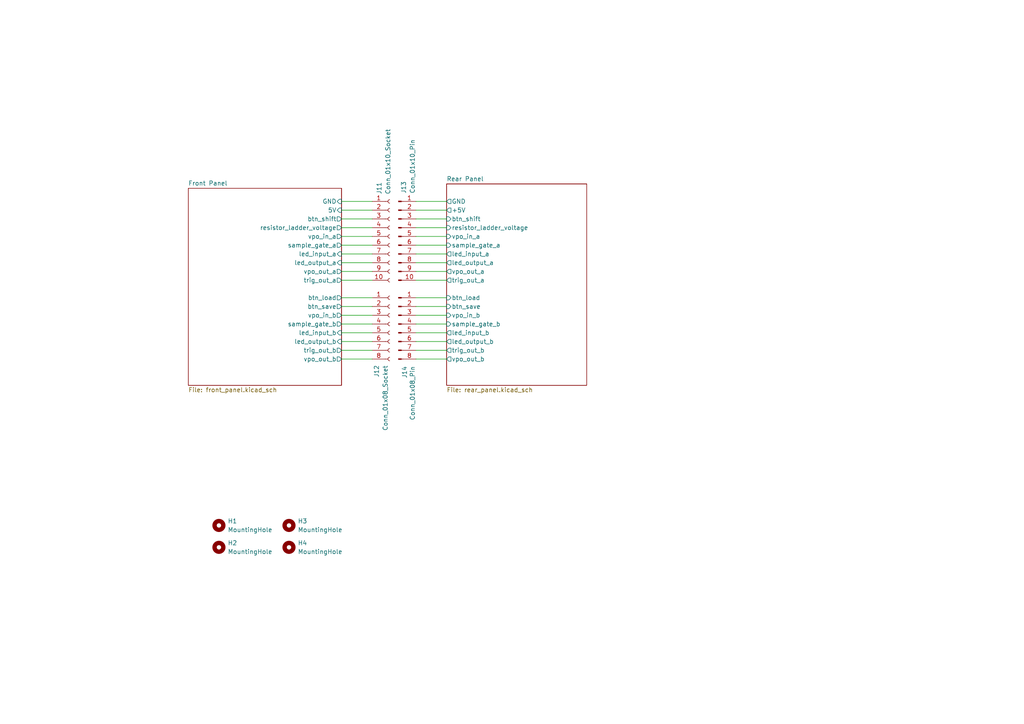
<source format=kicad_sch>
(kicad_sch (version 20231120) (generator "eeschema") (generator_version "8.0")
  (paper "A4")
  (title_block (title "Quantizer") (date "2024-12-18") (rev "v0.1") (company "Free Modular"))
  (lib_symbols
    (symbol "Connector:Conn_01x08_Pin" (pin_names (offset 1.016) hide)
      (property "Reference" "J" (at 0 10.16 0))
      (property "Value" "Conn_01x08_Pin" (at 0 -12.7 0))
      (symbol "Conn_01x08_Pin_1_1"
        (polyline (pts (xy 1.27 -10.16) (xy 0.8636 -10.16)) (stroke (width 0.1524)))
        (polyline (pts (xy 1.27 -7.62) (xy 0.8636 -7.62)) (stroke (width 0.1524)))
        (polyline (pts (xy 1.27 -5.08) (xy 0.8636 -5.08)) (stroke (width 0.1524)))
        (polyline (pts (xy 1.27 -2.54) (xy 0.8636 -2.54)) (stroke (width 0.1524)))
        (polyline (pts (xy 1.27 0) (xy 0.8636 0)) (stroke (width 0.1524)))
        (polyline (pts (xy 1.27 2.54) (xy 0.8636 2.54)) (stroke (width 0.1524)))
        (polyline (pts (xy 1.27 5.08) (xy 0.8636 5.08)) (stroke (width 0.1524)))
        (polyline (pts (xy 1.27 7.62) (xy 0.8636 7.62)) (stroke (width 0.1524)))
        (rectangle (start 0.8636 -10.033) (end 0 -10.287) (stroke (width 0.1524)) (fill (type outline)))
        (rectangle (start 0.8636 -7.493) (end 0 -7.747) (stroke (width 0.1524)) (fill (type outline)))
        (rectangle (start 0.8636 -4.953) (end 0 -5.207) (stroke (width 0.1524)) (fill (type outline)))
        (rectangle (start 0.8636 -2.413) (end 0 -2.667) (stroke (width 0.1524)) (fill (type outline)))
        (rectangle (start 0.8636 0.127) (end 0 -0.127) (stroke (width 0.1524)) (fill (type outline)))
        (rectangle (start 0.8636 2.667) (end 0 2.413) (stroke (width 0.1524)) (fill (type outline)))
        (rectangle (start 0.8636 5.207) (end 0 4.953) (stroke (width 0.1524)) (fill (type outline)))
        (rectangle (start 0.8636 7.747) (end 0 7.493) (stroke (width 0.1524)) (fill (type outline)))
        (pin passive line (at 5.08 7.62 180) (length 3.81) (name "Pin_1") (number "1"))
        (pin passive line (at 5.08 5.08 180) (length 3.81) (name "Pin_2") (number "2"))
        (pin passive line (at 5.08 2.54 180) (length 3.81) (name "Pin_3") (number "3"))
        (pin passive line (at 5.08 0 180) (length 3.81) (name "Pin_4") (number "4"))
        (pin passive line (at 5.08 -2.54 180) (length 3.81) (name "Pin_5") (number "5"))
        (pin passive line (at 5.08 -5.08 180) (length 3.81) (name "Pin_6") (number "6"))
        (pin passive line (at 5.08 -7.62 180) (length 3.81) (name "Pin_7") (number "7"))
        (pin passive line (at 5.08 -10.16 180) (length 3.81) (name "Pin_8") (number "8"))
      )
    )
    (symbol "Connector:Conn_01x08_Socket" (pin_names (offset 1.016) hide)
      (property "Reference" "J" (at 0 10.16 0))
      (property "Value" "Conn_01x08_Socket" (at 0 -12.7 0))
      (symbol "Conn_01x08_Socket_1_1"
        (arc (start 0 -9.652) (mid -0.5058 -10.16) (end 0 -10.668) (stroke (width 0.1524)))
        (arc (start 0 -7.112) (mid -0.5058 -7.62) (end 0 -8.128) (stroke (width 0.1524)))
        (arc (start 0 -4.572) (mid -0.5058 -5.08) (end 0 -5.588) (stroke (width 0.1524)))
        (arc (start 0 -2.032) (mid -0.5058 -2.54) (end 0 -3.048) (stroke (width 0.1524)))
        (polyline (pts (xy -1.27 -10.16) (xy -0.508 -10.16)) (stroke (width 0.1524)))
        (polyline (pts (xy -1.27 -7.62) (xy -0.508 -7.62)) (stroke (width 0.1524)))
        (polyline (pts (xy -1.27 -5.08) (xy -0.508 -5.08)) (stroke (width 0.1524)))
        (polyline (pts (xy -1.27 -2.54) (xy -0.508 -2.54)) (stroke (width 0.1524)))
        (polyline (pts (xy -1.27 0) (xy -0.508 0)) (stroke (width 0.1524)))
        (polyline (pts (xy -1.27 2.54) (xy -0.508 2.54)) (stroke (width 0.1524)))
        (polyline (pts (xy -1.27 5.08) (xy -0.508 5.08)) (stroke (width 0.1524)))
        (polyline (pts (xy -1.27 7.62) (xy -0.508 7.62)) (stroke (width 0.1524)))
        (arc (start 0 0.508) (mid -0.5058 0) (end 0 -0.508) (stroke (width 0.1524)))
        (arc (start 0 3.048) (mid -0.5058 2.54) (end 0 2.032) (stroke (width 0.1524)))
        (arc (start 0 5.588) (mid -0.5058 5.08) (end 0 4.572) (stroke (width 0.1524)))
        (arc (start 0 8.128) (mid -0.5058 7.62) (end 0 7.112) (stroke (width 0.1524)))
        (pin passive line (at -5.08 7.62 0) (length 3.81) (name "Pin_1") (number "1"))
        (pin passive line (at -5.08 5.08 0) (length 3.81) (name "Pin_2") (number "2"))
        (pin passive line (at -5.08 2.54 0) (length 3.81) (name "Pin_3") (number "3"))
        (pin passive line (at -5.08 0 0) (length 3.81) (name "Pin_4") (number "4"))
        (pin passive line (at -5.08 -2.54 0) (length 3.81) (name "Pin_5") (number "5"))
        (pin passive line (at -5.08 -5.08 0) (length 3.81) (name "Pin_6") (number "6"))
        (pin passive line (at -5.08 -7.62 0) (length 3.81) (name "Pin_7") (number "7"))
        (pin passive line (at -5.08 -10.16 0) (length 3.81) (name "Pin_8") (number "8"))
      )
    )
    (symbol "Connector:Conn_01x10_Pin" (pin_names (offset 1.016) hide)
      (property "Reference" "J" (at 0 12.7 0))
      (property "Value" "Conn_01x10_Pin" (at 0 -15.24 0))
      (symbol "Conn_01x10_Pin_1_1"
        (polyline (pts (xy 1.27 -12.7) (xy 0.8636 -12.7)) (stroke (width 0.1524)))
        (polyline (pts (xy 1.27 -10.16) (xy 0.8636 -10.16)) (stroke (width 0.1524)))
        (polyline (pts (xy 1.27 -7.62) (xy 0.8636 -7.62)) (stroke (width 0.1524)))
        (polyline (pts (xy 1.27 -5.08) (xy 0.8636 -5.08)) (stroke (width 0.1524)))
        (polyline (pts (xy 1.27 -2.54) (xy 0.8636 -2.54)) (stroke (width 0.1524)))
        (polyline (pts (xy 1.27 0) (xy 0.8636 0)) (stroke (width 0.1524)))
        (polyline (pts (xy 1.27 2.54) (xy 0.8636 2.54)) (stroke (width 0.1524)))
        (polyline (pts (xy 1.27 5.08) (xy 0.8636 5.08)) (stroke (width 0.1524)))
        (polyline (pts (xy 1.27 7.62) (xy 0.8636 7.62)) (stroke (width 0.1524)))
        (polyline (pts (xy 1.27 10.16) (xy 0.8636 10.16)) (stroke (width 0.1524)))
        (rectangle (start 0.8636 -12.573) (end 0 -12.827) (stroke (width 0.1524)) (fill (type outline)))
        (rectangle (start 0.8636 -10.033) (end 0 -10.287) (stroke (width 0.1524)) (fill (type outline)))
        (rectangle (start 0.8636 -7.493) (end 0 -7.747) (stroke (width 0.1524)) (fill (type outline)))
        (rectangle (start 0.8636 -4.953) (end 0 -5.207) (stroke (width 0.1524)) (fill (type outline)))
        (rectangle (start 0.8636 -2.413) (end 0 -2.667) (stroke (width 0.1524)) (fill (type outline)))
        (rectangle (start 0.8636 0.127) (end 0 -0.127) (stroke (width 0.1524)) (fill (type outline)))
        (rectangle (start 0.8636 2.667) (end 0 2.413) (stroke (width 0.1524)) (fill (type outline)))
        (rectangle (start 0.8636 5.207) (end 0 4.953) (stroke (width 0.1524)) (fill (type outline)))
        (rectangle (start 0.8636 7.747) (end 0 7.493) (stroke (width 0.1524)) (fill (type outline)))
        (rectangle (start 0.8636 10.287) (end 0 10.033) (stroke (width 0.1524)) (fill (type outline)))
        (pin passive line (at 5.08 10.16 180) (length 3.81) (name "Pin_1") (number "1"))
        (pin passive line (at 5.08 -12.7 180) (length 3.81) (name "Pin_10") (number "10"))
        (pin passive line (at 5.08 7.62 180) (length 3.81) (name "Pin_2") (number "2"))
        (pin passive line (at 5.08 5.08 180) (length 3.81) (name "Pin_3") (number "3"))
        (pin passive line (at 5.08 2.54 180) (length 3.81) (name "Pin_4") (number "4"))
        (pin passive line (at 5.08 0 180) (length 3.81) (name "Pin_5") (number "5"))
        (pin passive line (at 5.08 -2.54 180) (length 3.81) (name "Pin_6") (number "6"))
        (pin passive line (at 5.08 -5.08 180) (length 3.81) (name "Pin_7") (number "7"))
        (pin passive line (at 5.08 -7.62 180) (length 3.81) (name "Pin_8") (number "8"))
        (pin passive line (at 5.08 -10.16 180) (length 3.81) (name "Pin_9") (number "9"))
      )
    )
    (symbol "Connector:Conn_01x10_Socket" (pin_names (offset 1.016) hide)
      (property "Reference" "J" (at 0 12.7 0))
      (property "Value" "Conn_01x10_Socket" (at 0 -15.24 0))
      (symbol "Conn_01x10_Socket_1_1"
        (arc (start 0 -12.192) (mid -0.5058 -12.7) (end 0 -13.208) (stroke (width 0.1524)))
        (arc (start 0 -9.652) (mid -0.5058 -10.16) (end 0 -10.668) (stroke (width 0.1524)))
        (arc (start 0 -7.112) (mid -0.5058 -7.62) (end 0 -8.128) (stroke (width 0.1524)))
        (arc (start 0 -4.572) (mid -0.5058 -5.08) (end 0 -5.588) (stroke (width 0.1524)))
        (arc (start 0 -2.032) (mid -0.5058 -2.54) (end 0 -3.048) (stroke (width 0.1524)))
        (polyline (pts (xy -1.27 -12.7) (xy -0.508 -12.7)) (stroke (width 0.1524)))
        (polyline (pts (xy -1.27 -10.16) (xy -0.508 -10.16)) (stroke (width 0.1524)))
        (polyline (pts (xy -1.27 -7.62) (xy -0.508 -7.62)) (stroke (width 0.1524)))
        (polyline (pts (xy -1.27 -5.08) (xy -0.508 -5.08)) (stroke (width 0.1524)))
        (polyline (pts (xy -1.27 -2.54) (xy -0.508 -2.54)) (stroke (width 0.1524)))
        (polyline (pts (xy -1.27 0) (xy -0.508 0)) (stroke (width 0.1524)))
        (polyline (pts (xy -1.27 2.54) (xy -0.508 2.54)) (stroke (width 0.1524)))
        (polyline (pts (xy -1.27 5.08) (xy -0.508 5.08)) (stroke (width 0.1524)))
        (polyline (pts (xy -1.27 7.62) (xy -0.508 7.62)) (stroke (width 0.1524)))
        (polyline (pts (xy -1.27 10.16) (xy -0.508 10.16)) (stroke (width 0.1524)))
        (arc (start 0 0.508) (mid -0.5058 0) (end 0 -0.508) (stroke (width 0.1524)))
        (arc (start 0 3.048) (mid -0.5058 2.54) (end 0 2.032) (stroke (width 0.1524)))
        (arc (start 0 5.588) (mid -0.5058 5.08) (end 0 4.572) (stroke (width 0.1524)))
        (arc (start 0 8.128) (mid -0.5058 7.62) (end 0 7.112) (stroke (width 0.1524)))
        (arc (start 0 10.668) (mid -0.5058 10.16) (end 0 9.652) (stroke (width 0.1524)))
        (pin passive line (at -5.08 10.16 0) (length 3.81) (name "Pin_1") (number "1"))
        (pin passive line (at -5.08 -12.7 0) (length 3.81) (name "Pin_10") (number "10"))
        (pin passive line (at -5.08 7.62 0) (length 3.81) (name "Pin_2") (number "2"))
        (pin passive line (at -5.08 5.08 0) (length 3.81) (name "Pin_3") (number "3"))
        (pin passive line (at -5.08 2.54 0) (length 3.81) (name "Pin_4") (number "4"))
        (pin passive line (at -5.08 0 0) (length 3.81) (name "Pin_5") (number "5"))
        (pin passive line (at -5.08 -2.54 0) (length 3.81) (name "Pin_6") (number "6"))
        (pin passive line (at -5.08 -5.08 0) (length 3.81) (name "Pin_7") (number "7"))
        (pin passive line (at -5.08 -7.62 0) (length 3.81) (name "Pin_8") (number "8"))
        (pin passive line (at -5.08 -10.16 0) (length 3.81) (name "Pin_9") (number "9"))
      )
    )
    (symbol "Mechanical:MountingHole" (pin_names (offset 1.016)) (exclude_from_sim yes) (in_bom no)
      (property "Reference" "H" (at 0 5.08 0))
      (property "Value" "MountingHole" (at 0 3.175 0))
      (symbol "MountingHole_0_1"
        (circle (center 0 0) (radius 1.27) (stroke (width 1.27)))
      )
    )
  )
  (wire (pts (xy 99.06 76.2) (xy 107.95 76.2)))
  (wire (pts (xy 99.06 93.98) (xy 107.95 93.98)))
  (wire (pts (xy 120.65 86.36) (xy 129.54 86.36)))
  (wire (pts (xy 99.06 71.12) (xy 107.95 71.12)))
  (wire (pts (xy 99.06 81.28) (xy 107.95 81.28)))
  (wire (pts (xy 99.06 60.96) (xy 107.95 60.96)))
  (wire (pts (xy 120.65 96.52) (xy 129.54 96.52)))
  (wire (pts (xy 99.06 104.14) (xy 107.95 104.14)))
  (wire (pts (xy 99.06 58.42) (xy 107.95 58.42)))
  (wire (pts (xy 99.06 66.04) (xy 107.95 66.04)))
  (wire (pts (xy 120.65 78.74) (xy 129.54 78.74)))
  (wire (pts (xy 99.06 96.52) (xy 107.95 96.52)))
  (wire (pts (xy 99.06 63.5) (xy 107.95 63.5)))
  (wire (pts (xy 99.06 73.66) (xy 107.95 73.66)))
  (wire (pts (xy 120.65 91.44) (xy 129.54 91.44)))
  (wire (pts (xy 120.65 81.28) (xy 129.54 81.28)))
  (wire (pts (xy 99.06 86.36) (xy 107.95 86.36)))
  (wire (pts (xy 120.65 63.5) (xy 129.54 63.5)))
  (wire (pts (xy 120.65 58.42) (xy 129.54 58.42)))
  (wire (pts (xy 99.06 88.9) (xy 107.95 88.9)))
  (wire (pts (xy 120.65 104.14) (xy 129.54 104.14)))
  (wire (pts (xy 120.65 66.04) (xy 129.54 66.04)))
  (wire (pts (xy 120.65 71.12) (xy 129.54 71.12)))
  (wire (pts (xy 120.65 60.96) (xy 129.54 60.96)))
  (wire (pts (xy 120.65 68.58) (xy 129.54 68.58)))
  (wire (pts (xy 120.65 76.2) (xy 129.54 76.2)))
  (wire (pts (xy 99.06 101.6) (xy 107.95 101.6)))
  (wire (pts (xy 99.06 99.06) (xy 107.95 99.06)))
  (wire (pts (xy 120.65 73.66) (xy 129.54 73.66)))
  (wire (pts (xy 99.06 78.74) (xy 107.95 78.74)))
  (wire (pts (xy 120.65 99.06) (xy 129.54 99.06)))
  (wire (pts (xy 120.65 93.98) (xy 129.54 93.98)))
  (wire (pts (xy 99.06 68.58) (xy 107.95 68.58)))
  (wire (pts (xy 120.65 101.6) (xy 129.54 101.6)))
  (wire (pts (xy 99.06 91.44) (xy 107.95 91.44)))
  (wire (pts (xy 120.65 88.9) (xy 129.54 88.9)))
  (symbol (lib_id "Mechanical:MountingHole") (at 83.82 158.75 0) (unit 1) (exclude_from_sim yes) (in_bom no)
    (property "Reference" "H4" (at 86.36 157.4799 0) (effects (justify left)))
    (property "Value" "MountingHole" (at 86.36 160.0199 0) (effects (justify left)))
    (property "Footprint" "MountingHole:MountingHole_3.2mm_M3" (effects (hide yes)))
    (property "Description" "Mounting Hole without connection" (effects (hide yes)))
  )
  (symbol (lib_id "Connector:Conn_01x08_Pin") (at 115.57 93.98 0) (unit 1)
    (property "Reference" "J14" (at 117.348 107.95 90))
    (property "Value" "Conn_01x08_Pin" (at 119.634 114.046 90))
    (property "Footprint" "Connector_PinSocket_2.54mm:PinSocket_1x08_P2.54mm_Vertical" (effects (hide yes)))
    (property "Description" "Generic connector, single row, 01x08, script generated" (effects (hide yes)))
  )
  (symbol (lib_id "Mechanical:MountingHole") (at 63.5 152.4 0) (unit 1) (exclude_from_sim yes) (in_bom no)
    (property "Reference" "H1" (at 66.04 151.1299 0) (effects (justify left)))
    (property "Value" "MountingHole" (at 66.04 153.6699 0) (effects (justify left)))
    (property "Footprint" "MountingHole:MountingHole_3.2mm_M3" (effects (hide yes)))
    (property "Description" "Mounting Hole without connection" (effects (hide yes)))
  )
  (symbol (lib_id "Connector:Conn_01x10_Socket") (at 113.03 68.58 0) (unit 1)
    (property "Reference" "J11" (at 109.982 56.388 90) (effects (justify left)))
    (property "Value" "Conn_01x10_Socket" (at 112.522 56.388 90) (effects (justify left)))
    (property "Footprint" "Connector_PinSocket_2.54mm:PinSocket_1x10_P2.54mm_Vertical" (effects (hide yes)))
    (property "Description" "Generic connector, single row, 01x10, script generated" (effects (hide yes)))
  )
  (symbol (lib_id "Connector:Conn_01x10_Pin") (at 115.57 68.58 0) (unit 1)
    (property "Reference" "J13" (at 117.094 54.356 90))
    (property "Value" "Conn_01x10_Pin" (at 119.634 48.26 90))
    (property "Footprint" "Connector_PinSocket_2.54mm:PinSocket_1x10_P2.54mm_Vertical" (effects (hide yes)))
    (property "Description" "Generic connector, single row, 01x10, script generated" (effects (hide yes)))
  )
  (symbol (lib_id "Connector:Conn_01x08_Socket") (at 113.03 93.98 0) (unit 1)
    (property "Reference" "J12" (at 109.22 109.474 90) (effects (justify left)))
    (property "Value" "Conn_01x08_Socket" (at 111.76 124.968 90) (effects (justify left)))
    (property "Footprint" "Connector_PinSocket_2.54mm:PinSocket_1x08_P2.54mm_Vertical" (effects (hide yes)))
    (property "Description" "Generic connector, single row, 01x08, script generated" (effects (hide yes)))
  )
  (symbol (lib_id "Mechanical:MountingHole") (at 63.5 158.75 0) (unit 1) (exclude_from_sim yes) (in_bom no)
    (property "Reference" "H2" (at 66.04 157.4799 0) (effects (justify left)))
    (property "Value" "MountingHole" (at 66.04 160.0199 0) (effects (justify left)))
    (property "Footprint" "MountingHole:MountingHole_3.2mm_M3" (effects (hide yes)))
    (property "Description" "Mounting Hole without connection" (effects (hide yes)))
  )
  (symbol (lib_id "Mechanical:MountingHole") (at 83.82 152.4 0) (unit 1) (exclude_from_sim yes) (in_bom no)
    (property "Reference" "H3" (at 86.36 151.1299 0) (effects (justify left)))
    (property "Value" "MountingHole" (at 86.36 153.6699 0) (effects (justify left)))
    (property "Footprint" "MountingHole:MountingHole_3.2mm_M3" (effects (hide yes)))
    (property "Description" "Mounting Hole without connection" (effects (hide yes)))
  )
  (sheet (at 54.61 54.61) (size 44.45 57.15) (stroke (width 0.1524))
    (property "Sheetname" "Front Panel" (at 54.61 53.8984 0) (effects (justify left bottom)))
    (property "Sheetfile" "front_panel.kicad_sch" (at 54.61 112.3446 0) (effects (justify left top)))
    (pin "GND" input (at 99.06 58.42 0))
    (pin "5V" input (at 99.06 60.96 0))
    (pin "sample_gate_a" output (at 99.06 71.12 0))
    (pin "vpo_in_a" output (at 99.06 68.58 0))
    (pin "trig_out_a" output (at 99.06 81.28 0))
    (pin "vpo_out_a" output (at 99.06 78.74 0))
    (pin "trig_out_b" output (at 99.06 101.6 0))
    (pin "vpo_out_b" output (at 99.06 104.14 0))
    (pin "vpo_in_b" output (at 99.06 91.44 0))
    (pin "sample_gate_b" output (at 99.06 93.98 0))
    (pin "led_input_b" input (at 99.06 96.52 0))
    (pin "led_output_b" input (at 99.06 99.06 0))
    (pin "led_output_a" input (at 99.06 76.2 0))
    (pin "led_input_a" input (at 99.06 73.66 0))
    (pin "btn_save" output (at 99.06 88.9 0))
    (pin "btn_shift" output (at 99.06 63.5 0))
    (pin "btn_load" output (at 99.06 86.36 0))
    (pin "resistor_ladder_voltage" output (at 99.06 66.04 0))
  )
  (sheet (at 129.54 53.34) (size 40.64 58.42) (stroke (width 0.1524))
    (property "Sheetname" "Rear Panel" (at 129.54 52.6284 0) (effects (justify left bottom)))
    (property "Sheetfile" "rear_panel.kicad_sch" (at 129.54 112.3446 0) (effects (justify left top)))
    (pin "GND" output (at 129.54 58.42 180))
    (pin "btn_load" input (at 129.54 86.36 180))
    (pin "btn_save" input (at 129.54 88.9 180))
    (pin "btn_shift" input (at 129.54 63.5 180))
    (pin "vpo_out_a" output (at 129.54 78.74 180))
    (pin "vpo_out_b" output (at 129.54 104.14 180))
    (pin "resistor_ladder_voltage" input (at 129.54 66.04 180))
    (pin "vpo_in_a" input (at 129.54 68.58 180))
    (pin "vpo_in_b" input (at 129.54 91.44 180))
    (pin "sample_gate_a" input (at 129.54 71.12 180))
    (pin "sample_gate_b" input (at 129.54 93.98 180))
    (pin "led_output_a" output (at 129.54 76.2 180))
    (pin "led_output_b" output (at 129.54 99.06 180))
    (pin "led_input_b" output (at 129.54 96.52 180))
    (pin "led_input_a" output (at 129.54 73.66 180))
    (pin "+5V" output (at 129.54 60.96 180))
    (pin "trig_out_a" output (at 129.54 81.28 180))
    (pin "trig_out_b" output (at 129.54 101.6 180))
  )
)
</source>
